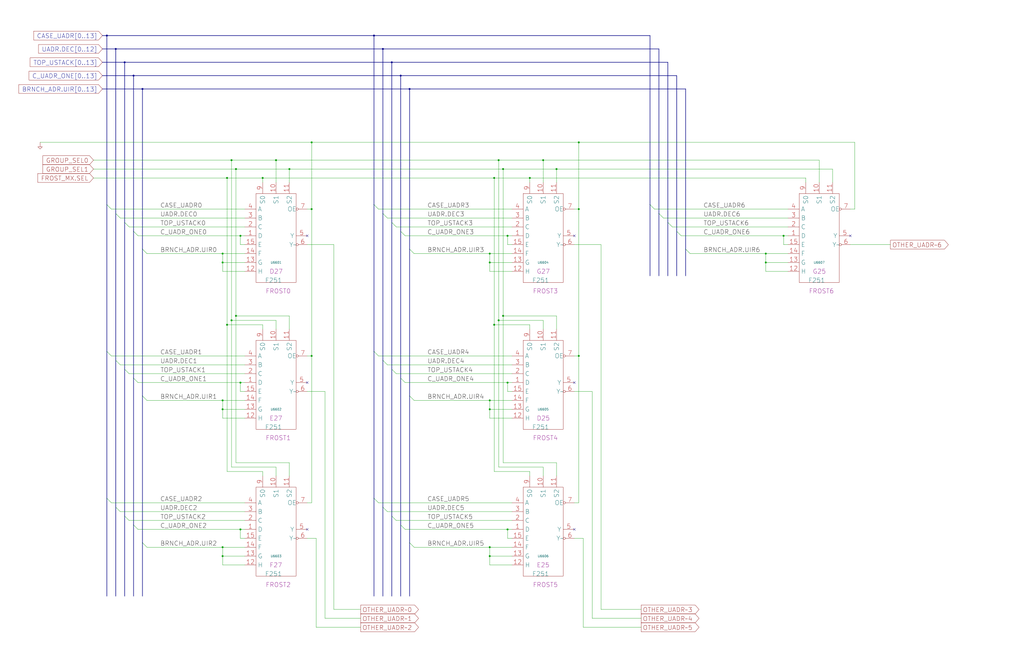
<source format=kicad_sch>
(kicad_sch (version 20250114) (generator "eeschema") (generator_version "9.0")
  (paper "User" 584.2 378.46)
  (title_block (title "OTHER UADR - BITS (0:6)") (date "22-MAY-90") (rev "1.0") (comment 1 "SEQUENCER") (comment 2 "232-003064") (comment 3 "S400") (comment 4 "RELEASED"))
  (lib_symbols
    (symbol "r1000:F251" (pin_names (offset 1.016))
      (property "Reference" "U" (at 2.54 5.08 0))
      (property "Value" "F251" (at -3.81 -5.08 0))
      (property "Location" "___" (at -1.27 0 0))
      (property "Name" "______" (at 3.81 -12.7 0))
      (symbol "F251_1_1"
        (rectangle (start -8.89 44.45) (end 13.97 -6.35))
        (circle (center 14.605 35.56) (radius 0.635))
        (circle (center 14.605 15.24) (radius 0.635))
        (pin input line (at -15.24 35.56 0) (length 6.35) (name "A") (number "4"))
        (pin input line (at -15.24 30.48 0) (length 6.35) (name "B") (number "3"))
        (pin input line (at -15.24 25.4 0) (length 6.35) (name "C") (number "2"))
        (pin input line (at -15.24 20.32 0) (length 6.35) (name "D") (number "1"))
        (pin input line (at -15.24 15.24 0) (length 6.35) (name "E") (number "15"))
        (pin input line (at -15.24 10.16 0) (length 6.35) (name "F") (number "14"))
        (pin input line (at -15.24 5.08 0) (length 6.35) (name "G") (number "13"))
        (pin input line (at -15.24 0 0) (length 6.35) (name "H") (number "12"))
        (pin input line (at -5.08 50.8 270) (length 6.35) (name "S0") (number "9"))
        (pin input line (at 2.54 50.8 270) (length 6.35) (name "S1") (number "10"))
        (pin input line (at 10.16 50.8 270) (length 6.35) (name "S2") (number "11"))
        (pin input line (at 20.32 35.56 180) (length 5.08) (name "OE") (number "7"))
        (pin tri_state line (at 20.32 20.32 180) (length 6.35) (name "Y") (number "5"))
        (pin tri_state line (at 20.32 15.24 180) (length 5.08) (name "Y~") (number "6"))
      )
    )
    (symbol "r1000:PD" (power) (pin_numbers (hide yes)) (pin_names (hide yes)) (in_bom no)
      (symbol "PD_0_1"
        (polyline (pts (xy 0 -2.54) (xy 1.27 -2.54) (xy 0 -3.81) (xy -1.27 -2.54) (xy 0 -2.54)) (stroke (width 0.1524)))
      )
      (symbol "PD_1_1"
        (pin power_in line (at 0 0 270) (length 2.54) (name "PD") (number "1"))
      )
    )
  )
  (junction (at 127 144.78))
  (junction (at 447.04 134.62))
  (junction (at 137.16 302.26))
  (junction (at 279.4 228.6))
  (junction (at 284.48 182.88))
  (junction (at 302.26 101.6))
  (junction (at 127 312.42))
  (junction (at 157.48 91.44))
  (junction (at 129.54 185.42))
  (junction (at 279.4 233.68))
  (junction (at 279.4 144.78))
  (junction (at 134.62 180.34))
  (junction (at 309.88 91.44))
  (junction (at 223.52 35.56))
  (junction (at 289.56 218.44))
  (junction (at 279.4 317.5))
  (junction (at 129.54 101.6))
  (junction (at 149.86 101.6))
  (junction (at 213.36 20.32))
  (junction (at 218.44 27.94))
  (junction (at 233.68 50.8))
  (junction (at 289.56 134.62))
  (junction (at 66.04 27.94))
  (junction (at 137.16 134.62))
  (junction (at 284.48 91.44))
  (junction (at 127 233.68))
  (junction (at 436.88 144.78))
  (junction (at 228.6 43.18))
  (junction (at 287.02 180.34))
  (junction (at 330.2 119.38))
  (junction (at 330.2 81.28))
  (junction (at 76.2 43.18))
  (junction (at 330.2 203.2))
  (junction (at 436.88 149.86))
  (junction (at 127 317.5))
  (junction (at 60.96 20.32))
  (junction (at 289.56 302.26))
  (junction (at 132.08 182.88))
  (junction (at 127 149.86))
  (junction (at 281.94 185.42))
  (junction (at 71.12 35.56))
  (junction (at 317.5 96.52))
  (junction (at 279.4 312.42))
  (junction (at 279.4 149.86))
  (junction (at 127 228.6))
  (junction (at 81.28 50.8))
  (junction (at 177.8 119.38))
  (junction (at 177.8 203.2))
  (junction (at 132.08 91.44))
  (junction (at 281.94 101.6))
  (junction (at 177.8 81.28))
  (junction (at 287.02 96.52))
  (junction (at 137.16 218.44))
  (junction (at 134.62 96.52))
  (junction (at 165.1 96.52))
  (no_connect (at 175.26 218.44))
  (no_connect (at 327.66 134.62))
  (no_connect (at 175.26 302.26))
  (no_connect (at 327.66 218.44))
  (no_connect (at 175.26 134.62))
  (no_connect (at 327.66 302.26))
  (no_connect (at 485.14 134.62))
  (bus_entry (at 228.6 299.72) (size 2.54 2.54))
  (bus_entry (at 76.2 299.72) (size 2.54 2.54))
  (bus_entry (at 66.04 289.56) (size 2.54 2.54))
  (bus_entry (at 71.12 294.64) (size 2.54 2.54))
  (bus_entry (at 233.68 309.88) (size 2.54 2.54))
  (bus_entry (at 81.28 142.24) (size 2.54 2.54))
  (bus_entry (at 370.84 116.84) (size 2.54 2.54))
  (bus_entry (at 228.6 215.9) (size 2.54 2.54))
  (bus_entry (at 66.04 121.92) (size 2.54 2.54))
  (bus_entry (at 60.96 200.66) (size 2.54 2.54))
  (bus_entry (at 223.52 210.82) (size 2.54 2.54))
  (bus_entry (at 81.28 226.06) (size 2.54 2.54))
  (bus_entry (at 213.36 200.66) (size 2.54 2.54))
  (bus_entry (at 76.2 215.9) (size 2.54 2.54))
  (bus_entry (at 60.96 116.84) (size 2.54 2.54))
  (bus_entry (at 81.28 309.88) (size 2.54 2.54))
  (bus_entry (at 218.44 205.74) (size 2.54 2.54))
  (bus_entry (at 381 127) (size 2.54 2.54))
  (bus_entry (at 391.16 142.24) (size 2.54 2.54))
  (bus_entry (at 223.52 294.64) (size 2.54 2.54))
  (bus_entry (at 66.04 205.74) (size 2.54 2.54))
  (bus_entry (at 218.44 121.92) (size 2.54 2.54))
  (bus_entry (at 386.08 132.08) (size 2.54 2.54))
  (bus_entry (at 76.2 132.08) (size 2.54 2.54))
  (bus_entry (at 228.6 132.08) (size 2.54 2.54))
  (bus_entry (at 233.68 226.06) (size 2.54 2.54))
  (bus_entry (at 223.52 127) (size 2.54 2.54))
  (bus_entry (at 375.92 121.92) (size 2.54 2.54))
  (bus_entry (at 233.68 142.24) (size 2.54 2.54))
  (bus_entry (at 60.96 284.48) (size 2.54 2.54))
  (bus_entry (at 213.36 116.84) (size 2.54 2.54))
  (bus_entry (at 71.12 210.82) (size 2.54 2.54))
  (bus_entry (at 218.44 289.56) (size 2.54 2.54))
  (bus_entry (at 71.12 127) (size 2.54 2.54))
  (bus_entry (at 213.36 284.48) (size 2.54 2.54))
  (wire (pts (xy 175.26 223.52) (xy 185.42 223.52)))
  (bus (pts (xy 223.52 35.56) (xy 223.52 127)))
  (bus (pts (xy 228.6 132.08) (xy 228.6 215.9)))
  (bus (pts (xy 58.42 20.32) (xy 60.96 20.32)))
  (wire (pts (xy 317.5 96.52) (xy 287.02 96.52)))
  (wire (pts (xy 231.14 218.44) (xy 289.56 218.44)))
  (wire (pts (xy 279.4 317.5) (xy 279.4 322.58)))
  (wire (pts (xy 127 228.6) (xy 127 233.68)))
  (wire (pts (xy 78.74 134.62) (xy 137.16 134.62)))
  (bus (pts (xy 386.08 43.18) (xy 386.08 132.08)))
  (bus (pts (xy 71.12 294.64) (xy 71.12 340.36)))
  (wire (pts (xy 284.48 91.44) (xy 309.88 91.44)))
  (wire (pts (xy 137.16 307.34) (xy 139.7 307.34)))
  (wire (pts (xy 279.4 322.58) (xy 292.1 322.58)))
  (wire (pts (xy 175.26 287.02) (xy 177.8 287.02)))
  (bus (pts (xy 66.04 27.94) (xy 218.44 27.94)))
  (wire (pts (xy 220.98 124.46) (xy 292.1 124.46)))
  (wire (pts (xy 177.8 203.2) (xy 177.8 119.38)))
  (wire (pts (xy 127 233.68) (xy 127 238.76)))
  (wire (pts (xy 177.8 81.28) (xy 330.2 81.28)))
  (wire (pts (xy 129.54 185.42) (xy 149.86 185.42)))
  (wire (pts (xy 317.5 271.78) (xy 317.5 264.16)))
  (wire (pts (xy 165.1 96.52) (xy 134.62 96.52)))
  (wire (pts (xy 292.1 302.26) (xy 289.56 302.26)))
  (wire (pts (xy 190.5 347.98) (xy 205.74 347.98)))
  (wire (pts (xy 279.4 228.6) (xy 279.4 233.68)))
  (wire (pts (xy 185.42 353.06) (xy 205.74 353.06)))
  (wire (pts (xy 129.54 269.24) (xy 149.86 269.24)))
  (wire (pts (xy 287.02 264.16) (xy 287.02 180.34)))
  (wire (pts (xy 63.5 287.02) (xy 139.7 287.02)))
  (bus (pts (xy 228.6 43.18) (xy 386.08 43.18)))
  (bus (pts (xy 375.92 27.94) (xy 375.92 121.92)))
  (bus (pts (xy 71.12 127) (xy 71.12 210.82)))
  (wire (pts (xy 436.88 144.78) (xy 436.88 149.86)))
  (wire (pts (xy 279.4 149.86) (xy 292.1 149.86)))
  (bus (pts (xy 66.04 27.94) (xy 66.04 121.92)))
  (wire (pts (xy 281.94 185.42) (xy 281.94 269.24)))
  (wire (pts (xy 127 144.78) (xy 127 149.86)))
  (wire (pts (xy 309.88 271.78) (xy 309.88 266.7)))
  (wire (pts (xy 132.08 182.88) (xy 132.08 91.44)))
  (bus (pts (xy 370.84 20.32) (xy 370.84 116.84)))
  (bus (pts (xy 66.04 121.92) (xy 66.04 205.74)))
  (wire (pts (xy 139.7 218.44) (xy 137.16 218.44)))
  (wire (pts (xy 447.04 139.7) (xy 449.58 139.7)))
  (wire (pts (xy 127 312.42) (xy 127 317.5)))
  (wire (pts (xy 289.56 134.62) (xy 289.56 139.7)))
  (wire (pts (xy 281.94 101.6) (xy 281.94 185.42)))
  (wire (pts (xy 127 317.5) (xy 139.7 317.5)))
  (wire (pts (xy 309.88 91.44) (xy 467.36 91.44)))
  (wire (pts (xy 289.56 218.44) (xy 289.56 223.52)))
  (wire (pts (xy 393.7 144.78) (xy 436.88 144.78)))
  (wire (pts (xy 175.26 203.2) (xy 177.8 203.2)))
  (wire (pts (xy 127 317.5) (xy 127 322.58)))
  (bus (pts (xy 223.52 127) (xy 223.52 210.82)))
  (bus (pts (xy 60.96 284.48) (xy 60.96 340.36)))
  (bus (pts (xy 233.68 309.88) (xy 233.68 340.36)))
  (bus (pts (xy 228.6 43.18) (xy 228.6 132.08)))
  (bus (pts (xy 76.2 43.18) (xy 76.2 132.08)))
  (wire (pts (xy 279.4 233.68) (xy 279.4 238.76)))
  (bus (pts (xy 58.42 35.56) (xy 71.12 35.56)))
  (wire (pts (xy 289.56 307.34) (xy 292.1 307.34)))
  (wire (pts (xy 165.1 96.52) (xy 165.1 104.14)))
  (wire (pts (xy 83.82 144.78) (xy 127 144.78)))
  (wire (pts (xy 378.46 124.46) (xy 449.58 124.46)))
  (wire (pts (xy 436.88 149.86) (xy 449.58 149.86)))
  (wire (pts (xy 175.26 119.38) (xy 177.8 119.38)))
  (wire (pts (xy 317.5 187.96) (xy 317.5 180.34)))
  (bus (pts (xy 233.68 226.06) (xy 233.68 309.88)))
  (wire (pts (xy 134.62 180.34) (xy 134.62 264.16)))
  (bus (pts (xy 375.92 121.92) (xy 375.92 157.48)))
  (wire (pts (xy 279.4 154.94) (xy 292.1 154.94)))
  (wire (pts (xy 474.98 104.14) (xy 474.98 96.52)))
  (wire (pts (xy 127 238.76) (xy 139.7 238.76)))
  (wire (pts (xy 190.5 139.7) (xy 190.5 347.98)))
  (wire (pts (xy 139.7 302.26) (xy 137.16 302.26)))
  (wire (pts (xy 292.1 134.62) (xy 289.56 134.62)))
  (wire (pts (xy 127 154.94) (xy 139.7 154.94)))
  (wire (pts (xy 330.2 203.2) (xy 330.2 287.02)))
  (wire (pts (xy 177.8 119.38) (xy 177.8 81.28)))
  (wire (pts (xy 134.62 180.34) (xy 165.1 180.34)))
  (wire (pts (xy 83.82 312.42) (xy 127 312.42)))
  (wire (pts (xy 53.34 91.44) (xy 132.08 91.44)))
  (wire (pts (xy 330.2 119.38) (xy 330.2 203.2)))
  (wire (pts (xy 129.54 185.42) (xy 129.54 269.24)))
  (wire (pts (xy 139.7 228.6) (xy 127 228.6)))
  (wire (pts (xy 63.5 203.2) (xy 139.7 203.2)))
  (wire (pts (xy 149.86 269.24) (xy 149.86 271.78)))
  (wire (pts (xy 180.34 358.14) (xy 205.74 358.14)))
  (wire (pts (xy 327.66 223.52) (xy 337.82 223.52)))
  (wire (pts (xy 137.16 134.62) (xy 137.16 139.7)))
  (wire (pts (xy 289.56 223.52) (xy 292.1 223.52)))
  (bus (pts (xy 60.96 20.32) (xy 213.36 20.32)))
  (wire (pts (xy 73.66 129.54) (xy 139.7 129.54)))
  (wire (pts (xy 132.08 182.88) (xy 157.48 182.88)))
  (bus (pts (xy 223.52 210.82) (xy 223.52 294.64)))
  (bus (pts (xy 76.2 299.72) (xy 76.2 340.36)))
  (bus (pts (xy 58.42 43.18) (xy 76.2 43.18)))
  (wire (pts (xy 175.26 139.7) (xy 190.5 139.7)))
  (wire (pts (xy 68.58 124.46) (xy 139.7 124.46)))
  (wire (pts (xy 175.26 307.34) (xy 180.34 307.34)))
  (bus (pts (xy 386.08 132.08) (xy 386.08 157.48)))
  (wire (pts (xy 342.9 139.7) (xy 342.9 347.98)))
  (wire (pts (xy 289.56 139.7) (xy 292.1 139.7)))
  (bus (pts (xy 391.16 142.24) (xy 391.16 157.48)))
  (wire (pts (xy 337.82 223.52) (xy 337.82 353.06)))
  (wire (pts (xy 165.1 264.16) (xy 165.1 271.78)))
  (wire (pts (xy 129.54 101.6) (xy 129.54 185.42)))
  (bus (pts (xy 81.28 50.8) (xy 233.68 50.8)))
  (wire (pts (xy 284.48 182.88) (xy 284.48 266.7)))
  (wire (pts (xy 327.66 307.34) (xy 332.74 307.34)))
  (wire (pts (xy 330.2 81.28) (xy 330.2 119.38)))
  (wire (pts (xy 127 149.86) (xy 127 154.94)))
  (wire (pts (xy 279.4 317.5) (xy 292.1 317.5)))
  (wire (pts (xy 309.88 182.88) (xy 284.48 182.88)))
  (wire (pts (xy 459.74 104.14) (xy 459.74 101.6)))
  (wire (pts (xy 302.26 269.24) (xy 281.94 269.24)))
  (wire (pts (xy 287.02 180.34) (xy 287.02 96.52)))
  (wire (pts (xy 137.16 302.26) (xy 137.16 307.34)))
  (bus (pts (xy 213.36 116.84) (xy 213.36 200.66)))
  (wire (pts (xy 236.22 228.6) (xy 279.4 228.6)))
  (wire (pts (xy 137.16 223.52) (xy 139.7 223.52)))
  (wire (pts (xy 459.74 101.6) (xy 302.26 101.6)))
  (wire (pts (xy 279.4 238.76) (xy 292.1 238.76)))
  (bus (pts (xy 81.28 309.88) (xy 81.28 340.36)))
  (wire (pts (xy 447.04 134.62) (xy 447.04 139.7)))
  (wire (pts (xy 215.9 203.2) (xy 292.1 203.2)))
  (wire (pts (xy 485.14 139.7) (xy 508 139.7)))
  (wire (pts (xy 281.94 185.42) (xy 302.26 185.42)))
  (wire (pts (xy 279.4 144.78) (xy 279.4 149.86)))
  (bus (pts (xy 58.42 27.94) (xy 66.04 27.94)))
  (wire (pts (xy 132.08 266.7) (xy 132.08 182.88)))
  (wire (pts (xy 157.48 271.78) (xy 157.48 266.7)))
  (bus (pts (xy 76.2 215.9) (xy 76.2 299.72)))
  (wire (pts (xy 53.34 101.6) (xy 129.54 101.6)))
  (wire (pts (xy 157.48 91.44) (xy 284.48 91.44)))
  (bus (pts (xy 381 35.56) (xy 381 127)))
  (bus (pts (xy 71.12 35.56) (xy 71.12 127)))
  (wire (pts (xy 436.88 149.86) (xy 436.88 154.94)))
  (wire (pts (xy 279.4 149.86) (xy 279.4 154.94)))
  (wire (pts (xy 281.94 101.6) (xy 149.86 101.6)))
  (wire (pts (xy 342.9 347.98) (xy 365.76 347.98)))
  (bus (pts (xy 58.42 50.8) (xy 81.28 50.8)))
  (wire (pts (xy 165.1 187.96) (xy 165.1 180.34)))
  (wire (pts (xy 302.26 271.78) (xy 302.26 269.24)))
  (wire (pts (xy 134.62 264.16) (xy 165.1 264.16)))
  (wire (pts (xy 157.48 187.96) (xy 157.48 182.88)))
  (wire (pts (xy 78.74 218.44) (xy 137.16 218.44)))
  (wire (pts (xy 68.58 208.28) (xy 139.7 208.28)))
  (wire (pts (xy 220.98 208.28) (xy 292.1 208.28)))
  (bus (pts (xy 60.96 116.84) (xy 60.96 200.66)))
  (wire (pts (xy 83.82 228.6) (xy 127 228.6)))
  (wire (pts (xy 226.06 213.36) (xy 292.1 213.36)))
  (wire (pts (xy 327.66 203.2) (xy 330.2 203.2)))
  (bus (pts (xy 218.44 121.92) (xy 218.44 205.74)))
  (wire (pts (xy 302.26 101.6) (xy 281.94 101.6)))
  (wire (pts (xy 327.66 119.38) (xy 330.2 119.38)))
  (bus (pts (xy 233.68 142.24) (xy 233.68 226.06)))
  (wire (pts (xy 388.62 134.62) (xy 447.04 134.62)))
  (bus (pts (xy 213.36 20.32) (xy 370.84 20.32)))
  (wire (pts (xy 157.48 266.7) (xy 132.08 266.7)))
  (wire (pts (xy 309.88 91.44) (xy 309.88 104.14)))
  (bus (pts (xy 228.6 215.9) (xy 228.6 299.72)))
  (wire (pts (xy 139.7 134.62) (xy 137.16 134.62)))
  (wire (pts (xy 134.62 96.52) (xy 134.62 180.34)))
  (wire (pts (xy 127 233.68) (xy 139.7 233.68)))
  (bus (pts (xy 81.28 226.06) (xy 81.28 309.88)))
  (wire (pts (xy 63.5 119.38) (xy 139.7 119.38)))
  (wire (pts (xy 317.5 96.52) (xy 317.5 104.14)))
  (wire (pts (xy 137.16 218.44) (xy 137.16 223.52)))
  (wire (pts (xy 73.66 297.18) (xy 139.7 297.18)))
  (wire (pts (xy 132.08 91.44) (xy 157.48 91.44)))
  (wire (pts (xy 139.7 312.42) (xy 127 312.42)))
  (wire (pts (xy 139.7 144.78) (xy 127 144.78)))
  (wire (pts (xy 292.1 144.78) (xy 279.4 144.78)))
  (wire (pts (xy 226.06 297.18) (xy 292.1 297.18)))
  (wire (pts (xy 78.74 302.26) (xy 137.16 302.26)))
  (wire (pts (xy 330.2 81.28) (xy 487.68 81.28)))
  (wire (pts (xy 302.26 187.96) (xy 302.26 185.42)))
  (wire (pts (xy 289.56 302.26) (xy 289.56 307.34)))
  (wire (pts (xy 449.58 144.78) (xy 436.88 144.78)))
  (bus (pts (xy 81.28 142.24) (xy 81.28 226.06)))
  (wire (pts (xy 284.48 91.44) (xy 284.48 182.88)))
  (wire (pts (xy 236.22 144.78) (xy 279.4 144.78)))
  (bus (pts (xy 218.44 205.74) (xy 218.44 289.56)))
  (bus (pts (xy 223.52 35.56) (xy 381 35.56)))
  (bus (pts (xy 213.36 20.32) (xy 213.36 116.84)))
  (wire (pts (xy 292.1 228.6) (xy 279.4 228.6)))
  (wire (pts (xy 231.14 134.62) (xy 289.56 134.62)))
  (wire (pts (xy 436.88 154.94) (xy 449.58 154.94)))
  (bus (pts (xy 71.12 210.82) (xy 71.12 294.64)))
  (bus (pts (xy 370.84 116.84) (xy 370.84 157.48)))
  (bus (pts (xy 66.04 289.56) (xy 66.04 340.36)))
  (wire (pts (xy 226.06 129.54) (xy 292.1 129.54)))
  (bus (pts (xy 66.04 205.74) (xy 66.04 289.56)))
  (wire (pts (xy 449.58 134.62) (xy 447.04 134.62)))
  (wire (pts (xy 127 322.58) (xy 139.7 322.58)))
  (bus (pts (xy 76.2 43.18) (xy 228.6 43.18)))
  (wire (pts (xy 215.9 287.02) (xy 292.1 287.02)))
  (wire (pts (xy 185.42 223.52) (xy 185.42 353.06)))
  (wire (pts (xy 287.02 180.34) (xy 317.5 180.34)))
  (wire (pts (xy 220.98 292.1) (xy 292.1 292.1)))
  (wire (pts (xy 279.4 233.68) (xy 292.1 233.68)))
  (bus (pts (xy 233.68 50.8) (xy 391.16 50.8)))
  (wire (pts (xy 337.82 353.06) (xy 365.76 353.06)))
  (wire (pts (xy 149.86 101.6) (xy 149.86 104.14)))
  (bus (pts (xy 228.6 299.72) (xy 228.6 340.36)))
  (wire (pts (xy 236.22 312.42) (xy 279.4 312.42)))
  (wire (pts (xy 292.1 218.44) (xy 289.56 218.44)))
  (wire (pts (xy 332.74 307.34) (xy 332.74 358.14)))
  (wire (pts (xy 231.14 302.26) (xy 289.56 302.26)))
  (bus (pts (xy 233.68 50.8) (xy 233.68 142.24)))
  (wire (pts (xy 373.38 119.38) (xy 449.58 119.38)))
  (bus (pts (xy 60.96 200.66) (xy 60.96 284.48)))
  (wire (pts (xy 467.36 91.44) (xy 467.36 104.14)))
  (wire (pts (xy 68.58 292.1) (xy 139.7 292.1)))
  (bus (pts (xy 213.36 284.48) (xy 213.36 340.36)))
  (bus (pts (xy 218.44 289.56) (xy 218.44 340.36)))
  (wire (pts (xy 485.14 119.38) (xy 487.68 119.38)))
  (bus (pts (xy 213.36 200.66) (xy 213.36 284.48)))
  (wire (pts (xy 309.88 187.96) (xy 309.88 182.88)))
  (wire (pts (xy 180.34 307.34) (xy 180.34 358.14)))
  (bus (pts (xy 71.12 35.56) (xy 223.52 35.56)))
  (bus (pts (xy 76.2 132.08) (xy 76.2 215.9)))
  (bus (pts (xy 391.16 50.8) (xy 391.16 142.24)))
  (wire (pts (xy 215.9 119.38) (xy 292.1 119.38)))
  (wire (pts (xy 332.74 358.14) (xy 365.76 358.14)))
  (wire (pts (xy 53.34 96.52) (xy 134.62 96.52)))
  (wire (pts (xy 137.16 139.7) (xy 139.7 139.7)))
  (wire (pts (xy 287.02 96.52) (xy 165.1 96.52)))
  (bus (pts (xy 381 127) (xy 381 157.48)))
  (wire (pts (xy 22.86 81.28) (xy 177.8 81.28)))
  (wire (pts (xy 302.26 101.6) (xy 302.26 104.14)))
  (wire (pts (xy 157.48 104.14) (xy 157.48 91.44)))
  (bus (pts (xy 218.44 27.94) (xy 218.44 121.92)))
  (wire (pts (xy 383.54 129.54) (xy 449.58 129.54)))
  (wire (pts (xy 149.86 187.96) (xy 149.86 185.42)))
  (wire (pts (xy 292.1 312.42) (xy 279.4 312.42)))
  (wire (pts (xy 487.68 119.38) (xy 487.68 81.28)))
  (wire (pts (xy 127 149.86) (xy 139.7 149.86)))
  (wire (pts (xy 73.66 213.36) (xy 139.7 213.36)))
  (wire (pts (xy 309.88 266.7) (xy 284.48 266.7)))
  (wire (pts (xy 327.66 139.7) (xy 342.9 139.7)))
  (bus (pts (xy 60.96 20.32) (xy 60.96 116.84)))
  (wire (pts (xy 149.86 101.6) (xy 129.54 101.6)))
  (bus (pts (xy 81.28 50.8) (xy 81.28 142.24)))
  (wire (pts (xy 327.66 287.02) (xy 330.2 287.02)))
  (wire (pts (xy 317.5 264.16) (xy 287.02 264.16)))
  (wire (pts (xy 279.4 312.42) (xy 279.4 317.5)))
  (bus (pts (xy 218.44 27.94) (xy 375.92 27.94)))
  (wire (pts (xy 177.8 287.02) (xy 177.8 203.2)))
  (bus (pts (xy 223.52 294.64) (xy 223.52 340.36)))
  (wire (pts (xy 474.98 96.52) (xy 317.5 96.52)))
  (label "UADR.DEC1" (at 91.44 208.28 0) (effects (font (size 2.54 2.54))))
  (label "TOP_USTACK0" (at 91.44 129.54 0) (effects (font (size 2.54 2.54))))
  (label "BRNCH_ADR.UIR2" (at 91.44 312.42 0) (effects (font (size 2.54 2.54))))
  (label "CASE_UADR0" (at 91.44 119.38 0) (effects (font (size 2.54 2.54))))
  (label "C_UADR_ONE5" (at 243.84 302.26 0) (effects (font (size 2.54 2.54))))
  (label "BRNCH_ADR.UIR0" (at 91.44 144.78 0) (effects (font (size 2.54 2.54))))
  (label "BRNCH_ADR.UIR1" (at 91.44 228.6 0) (effects (font (size 2.54 2.54))))
  (label "BRNCH_ADR.UIR4" (at 243.84 228.6 0) (effects (font (size 2.54 2.54))))
  (label "BRNCH_ADR.UIR5" (at 243.84 312.42 0) (effects (font (size 2.54 2.54))))
  (label "CASE_UADR3" (at 243.84 119.38 0) (effects (font (size 2.54 2.54))))
  (label "CASE_UADR4" (at 243.84 203.2 0) (effects (font (size 2.54 2.54))))
  (label "BRNCH_ADR.UIR6" (at 401.32 144.78 0) (effects (font (size 2.54 2.54))))
  (label "C_UADR_ONE4" (at 243.84 218.44 0) (effects (font (size 2.54 2.54))))
  (label "C_UADR_ONE2" (at 91.44 302.26 0) (effects (font (size 2.54 2.54))))
  (label "BRNCH_ADR.UIR3" (at 243.84 144.78 0) (effects (font (size 2.54 2.54))))
  (label "TOP_USTACK3" (at 243.84 129.54 0) (effects (font (size 2.54 2.54))))
  (label "TOP_USTACK6" (at 401.32 129.54 0) (effects (font (size 2.54 2.54))))
  (label "C_UADR_ONE1" (at 91.44 218.44 0) (effects (font (size 2.54 2.54))))
  (label "CASE_UADR2" (at 91.44 287.02 0) (effects (font (size 2.54 2.54))))
  (label "CASE_UADR1" (at 91.44 203.2 0) (effects (font (size 2.54 2.54))))
  (label "C_UADR_ONE0" (at 91.44 134.62 0) (effects (font (size 2.54 2.54))))
  (label "TOP_USTACK4" (at 243.84 213.36 0) (effects (font (size 2.54 2.54))))
  (label "UADR.DEC4" (at 243.84 208.28 0) (effects (font (size 2.54 2.54))))
  (label "TOP_USTACK1" (at 91.44 213.36 0) (effects (font (size 2.54 2.54))))
  (label "UADR.DEC2" (at 91.44 292.1 0) (effects (font (size 2.54 2.54))))
  (label "UADR.DEC3" (at 243.84 124.46 0) (effects (font (size 2.54 2.54))))
  (label "CASE_UADR5" (at 243.84 287.02 0) (effects (font (size 2.54 2.54))))
  (label "CASE_UADR6" (at 401.32 119.38 0) (effects (font (size 2.54 2.54))))
  (label "UADR.DEC5" (at 243.84 292.1 0) (effects (font (size 2.54 2.54))))
  (label "C_UADR_ONE3" (at 243.84 134.62 0) (effects (font (size 2.54 2.54))))
  (label "C_UADR_ONE6" (at 401.32 134.62 0) (effects (font (size 2.54 2.54))))
  (label "UADR.DEC6" (at 401.32 124.46 0) (effects (font (size 2.54 2.54))))
  (label "TOP_USTACK5" (at 243.84 297.18 0) (effects (font (size 2.54 2.54))))
  (label "TOP_USTACK2" (at 91.44 297.18 0) (effects (font (size 2.54 2.54))))
  (label "UADR.DEC0" (at 91.44 124.46 0) (effects (font (size 2.54 2.54))))
  (global_label "GROUP_SEL1" (shape input) (at 53.34 96.52 180) (effects (font (size 2.54 2.54))) (property "Intersheetrefs" "${INTERSHEET_REFS}" (at 24.4445 96.3613 0) (effects (font (size 1.905 1.905)) (justify right))))
  (global_label "OTHER_UADR~4" (shape output) (at 365.76 353.06 0) (effects (font (size 2.54 2.54))) (property "Intersheetrefs" "${INTERSHEET_REFS}" (at 398.7679 352.9013 0) (effects (font (size 1.905 1.905)) (justify left))))
  (global_label "OTHER_UADR~6" (shape output) (at 508 139.7 0) (effects (font (size 2.54 2.54))) (property "Intersheetrefs" "${INTERSHEET_REFS}" (at 541.0079 139.5413 0) (effects (font (size 1.905 1.905)) (justify left))))
  (global_label "TOP_USTACK[0..13]" (shape input) (at 58.42 35.56 180) (effects (font (size 2.54 2.54))) (property "Intersheetrefs" "${INTERSHEET_REFS}" (at 17.1873 35.4013 0) (effects (font (size 1.905 1.905)) (justify right))))
  (global_label "GROUP_SEL0" (shape input) (at 53.34 91.44 180) (effects (font (size 2.54 2.54))) (property "Intersheetrefs" "${INTERSHEET_REFS}" (at 24.4445 91.2813 0) (effects (font (size 1.905 1.905)) (justify right))))
  (global_label "OTHER_UADR~3" (shape output) (at 365.76 347.98 0) (effects (font (size 2.54 2.54))) (property "Intersheetrefs" "${INTERSHEET_REFS}" (at 398.7679 347.8213 0) (effects (font (size 1.905 1.905)) (justify left))))
  (global_label "FROST_MX.SEL" (shape input) (at 53.34 101.6 180) (effects (font (size 2.54 2.54))) (property "Intersheetrefs" "${INTERSHEET_REFS}" (at 21.5416 101.4413 0) (effects (font (size 1.905 1.905)) (justify right))))
  (global_label "OTHER_UADR~0" (shape output) (at 205.74 347.98 0) (effects (font (size 2.54 2.54))) (property "Intersheetrefs" "${INTERSHEET_REFS}" (at 238.7479 347.8213 0) (effects (font (size 1.905 1.905)) (justify left))))
  (global_label "BRNCH_ADR.UIR[0..13]" (shape input) (at 58.42 50.8 180) (effects (font (size 2.54 2.54))) (property "Intersheetrefs" "${INTERSHEET_REFS}" (at 10.7769 50.6413 0) (effects (font (size 1.905 1.905)) (justify right))))
  (global_label "OTHER_UADR~1" (shape output) (at 205.74 353.06 0) (effects (font (size 2.54 2.54))) (property "Intersheetrefs" "${INTERSHEET_REFS}" (at 238.7479 352.9013 0) (effects (font (size 1.905 1.905)) (justify left))))
  (global_label "C_UADR_ONE[0..13]" (shape input) (at 58.42 43.18 180) (effects (font (size 2.54 2.54))) (property "Intersheetrefs" "${INTERSHEET_REFS}" (at 16.5826 43.0213 0) (effects (font (size 1.905 1.905)) (justify right))))
  (global_label "OTHER_UADR~2" (shape output) (at 205.74 358.14 0) (effects (font (size 2.54 2.54))) (property "Intersheetrefs" "${INTERSHEET_REFS}" (at 238.7479 357.9813 0) (effects (font (size 1.905 1.905)) (justify left))))
  (global_label "UADR.DEC[0..12]" (shape input) (at 58.42 27.94 180) (effects (font (size 2.54 2.54))) (property "Intersheetrefs" "${INTERSHEET_REFS}" (at 22.0254 27.7813 0) (effects (font (size 1.905 1.905)) (justify right))))
  (global_label "CASE_UADR[0..13]" (shape input) (at 58.42 20.32 180) (effects (font (size 2.54 2.54))) (property "Intersheetrefs" "${INTERSHEET_REFS}" (at 19.2435 20.1613 0) (effects (font (size 1.905 1.905)) (justify right))))
  (global_label "OTHER_UADR~5" (shape output) (at 365.76 358.14 0) (effects (font (size 2.54 2.54))) (property "Intersheetrefs" "${INTERSHEET_REFS}" (at 398.7679 357.9813 0) (effects (font (size 1.905 1.905)) (justify left))))
  (symbol (lib_id "r1000:F251") (at 154.94 154.94 0) (unit 1)
    (property "Reference" "U6601" (at 157.48 149.86 0))
    (property "Value" "F251" (at 151.13 160.02 0) (effects (font (size 2.54 2.54)) (justify left)))
    (property "Location" "D27" (at 153.67 154.94 0) (effects (font (size 2.54 2.54)) (justify left)))
    (property "Name" "FROST0" (at 158.75 167.64 0) (effects (font (size 2.54 2.54)) (justify bottom)))
  )
  (symbol (lib_id "r1000:F251") (at 307.34 238.76 0) (unit 1)
    (property "Reference" "U6605" (at 309.88 233.68 0))
    (property "Value" "F251" (at 303.53 243.84 0) (effects (font (size 2.54 2.54)) (justify left)))
    (property "Location" "D25" (at 306.07 238.76 0) (effects (font (size 2.54 2.54)) (justify left)))
    (property "Name" "FROST4" (at 311.15 251.46 0) (effects (font (size 2.54 2.54)) (justify bottom)))
  )
  (symbol (lib_id "r1000:F251") (at 307.34 322.58 0) (unit 1)
    (property "Reference" "U6606" (at 309.88 317.5 0))
    (property "Value" "F251" (at 303.53 327.66 0) (effects (font (size 2.54 2.54)) (justify left)))
    (property "Location" "E25" (at 306.07 322.58 0) (effects (font (size 2.54 2.54)) (justify left)))
    (property "Name" "FROST5" (at 311.15 335.28 0) (effects (font (size 2.54 2.54)) (justify bottom)))
  )
  (symbol (lib_id "r1000:PD") (at 22.86 81.28 0) (unit 1) (in_bom no)
    (property "Reference" "#PWR06601" (effects (hide yes)))
    (property "Value" "PD" (effects (hide yes)))
  )
  (symbol (lib_id "r1000:F251") (at 154.94 238.76 0) (unit 1)
    (property "Reference" "U6602" (at 157.48 233.68 0))
    (property "Value" "F251" (at 151.13 243.84 0) (effects (font (size 2.54 2.54)) (justify left)))
    (property "Location" "E27" (at 153.67 238.76 0) (effects (font (size 2.54 2.54)) (justify left)))
    (property "Name" "FROST1" (at 158.75 251.46 0) (effects (font (size 2.54 2.54)) (justify bottom)))
  )
  (symbol (lib_id "r1000:F251") (at 307.34 154.94 0) (unit 1)
    (property "Reference" "U6604" (at 309.88 149.86 0))
    (property "Value" "F251" (at 303.53 160.02 0) (effects (font (size 2.54 2.54)) (justify left)))
    (property "Location" "G27" (at 306.07 154.94 0) (effects (font (size 2.54 2.54)) (justify left)))
    (property "Name" "FROST3" (at 311.15 167.64 0) (effects (font (size 2.54 2.54)) (justify bottom)))
  )
  (symbol (lib_id "r1000:F251") (at 154.94 322.58 0) (unit 1)
    (property "Reference" "U6603" (at 157.48 317.5 0))
    (property "Value" "F251" (at 151.13 327.66 0) (effects (font (size 2.54 2.54)) (justify left)))
    (property "Location" "F27" (at 153.67 322.58 0) (effects (font (size 2.54 2.54)) (justify left)))
    (property "Name" "FROST2" (at 158.75 335.28 0) (effects (font (size 2.54 2.54)) (justify bottom)))
  )
  (symbol (lib_id "r1000:F251") (at 464.82 154.94 0) (unit 1)
    (property "Reference" "U6607" (at 467.36 149.86 0))
    (property "Value" "F251" (at 461.01 160.02 0) (effects (font (size 2.54 2.54)) (justify left)))
    (property "Location" "G25" (at 463.55 154.94 0) (effects (font (size 2.54 2.54)) (justify left)))
    (property "Name" "FROST6" (at 468.63 167.64 0) (effects (font (size 2.54 2.54)) (justify bottom)))
  )
)
</source>
